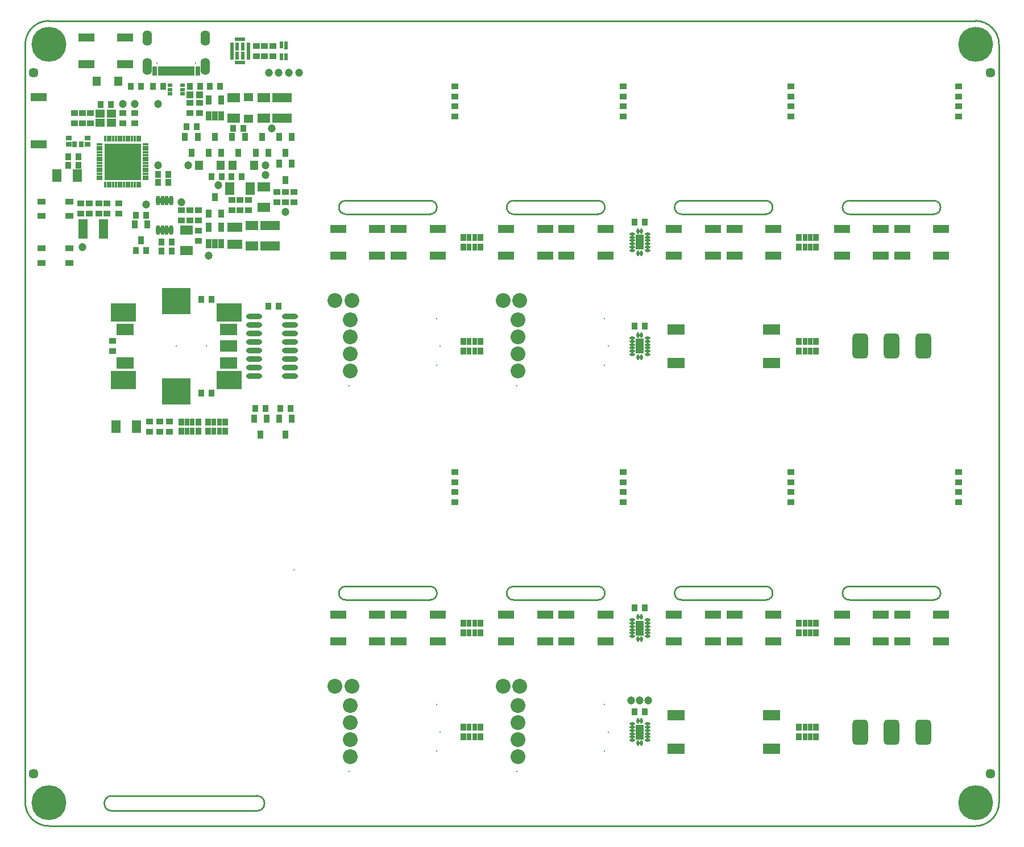
<source format=gts>
G04*
G04 #@! TF.GenerationSoftware,Altium Limited,Altium Designer,22.2.1 (43)*
G04*
G04 Layer_Color=8388736*
%FSLAX44Y44*%
%MOMM*%
G71*
G04*
G04 #@! TF.SameCoordinates,A4FAE18D-661E-41B9-AA1C-1E8D17E7CC58*
G04*
G04*
G04 #@! TF.FilePolarity,Negative*
G04*
G01*
G75*
%ADD12C,0.2540*%
%ADD71R,0.8382X1.0922*%
%ADD72R,2.9972X1.3462*%
%ADD73R,1.9812X1.3462*%
%ADD74R,1.0922X0.8382*%
%ADD75R,1.3462X1.9812*%
%ADD76R,0.8232X0.7732*%
%ADD77R,1.3462X2.9972*%
%ADD78R,2.4032X1.2032*%
%ADD79R,0.9032X1.2032*%
%ADD80R,1.2032X1.4032*%
%ADD81R,1.4032X1.2032*%
%ADD82R,0.8032X0.6032*%
%ADD83R,1.0032X1.0032*%
%ADD84R,2.2032X1.4532*%
%ADD85R,0.7732X0.8232*%
%ADD86R,2.4032X1.2032*%
%ADD87R,1.2532X0.8532*%
%ADD88R,0.8532X1.0032*%
%ADD89R,0.7032X1.0032*%
%ADD90C,1.2032*%
%ADD91R,3.7032X2.7032*%
%ADD92R,2.6032X1.7032*%
%ADD93R,4.2032X3.9532*%
%ADD94R,2.6032X1.5032*%
%ADD95R,0.8032X1.4532*%
%ADD96R,0.5032X1.4532*%
%ADD97O,0.4432X0.8032*%
%ADD98R,1.2032X2.2032*%
%ADD99O,0.8032X0.4432*%
%ADD100O,2.4032X0.8032*%
%ADD101O,0.6032X1.4632*%
%ADD102R,0.9032X1.4032*%
%ADD103R,0.5532X2.5032*%
%ADD104R,0.6032X1.1532*%
%ADD105R,1.5032X0.5532*%
%ADD106R,0.5532X1.2032*%
%ADD107R,0.5532X1.1032*%
%ADD108R,5.4032X5.4032*%
%ADD109O,0.9032X0.4032*%
%ADD110O,0.4032X0.9032*%
%ADD111C,0.2032*%
G04:AMPARAMS|DCode=112|XSize=3.8032mm|YSize=2.4032mm|CornerRadius=0.6516mm|HoleSize=0mm|Usage=FLASHONLY|Rotation=90.000|XOffset=0mm|YOffset=0mm|HoleType=Round|Shape=RoundedRectangle|*
%AMROUNDEDRECTD112*
21,1,3.8032,1.1000,0,0,90.0*
21,1,2.5000,2.4032,0,0,90.0*
1,1,1.3032,0.5500,1.2500*
1,1,1.3032,0.5500,-1.2500*
1,1,1.3032,-0.5500,-1.2500*
1,1,1.3032,-0.5500,1.2500*
%
%ADD112ROUNDEDRECTD112*%
%ADD113R,0.2032X0.2032*%
%ADD114C,2.2032*%
%ADD115O,1.4032X2.3032*%
%ADD116O,1.4032X2.5032*%
%ADD117C,1.4480*%
%ADD118C,5.2032*%
D12*
X-380000Y-577500D02*
G03*
X-380000Y-555000I0J11250D01*
G01*
X-596000D02*
G03*
X-596000Y-577500I0J-11250D01*
G01*
X502000Y-243000D02*
G03*
X502000Y-263000I0J-10000D01*
G01*
X628000D02*
G03*
X628000Y-243000I0J10000D01*
G01*
X378000Y-263000D02*
G03*
X378000Y-243000I0J10000D01*
G01*
X252000D02*
G03*
X252000Y-263000I0J-10000D01*
G01*
X2000Y-243000D02*
G03*
X2000Y-263000I0J-10000D01*
G01*
X128000D02*
G03*
X128000Y-243000I0J10000D01*
G01*
X-122000Y-263000D02*
G03*
X-122000Y-243000I0J10000D01*
G01*
X-248000D02*
G03*
X-248000Y-263000I0J-10000D01*
G01*
X502000Y332000D02*
G03*
X502000Y312000I0J-10000D01*
G01*
X628000D02*
G03*
X628000Y332000I0J10000D01*
G01*
X378000Y312000D02*
G03*
X378000Y332000I0J10000D01*
G01*
X252000D02*
G03*
X252000Y312000I0J-10000D01*
G01*
X2000Y332000D02*
G03*
X2000Y312000I0J-10000D01*
G01*
X128000D02*
G03*
X128000Y332000I0J10000D01*
G01*
X-122000Y312000D02*
G03*
X-122000Y332000I0J10000D01*
G01*
X-248000D02*
G03*
X-248000Y312000I0J-10000D01*
G01*
X690000Y-600000D02*
G03*
X725000Y-565000I0J35000D01*
G01*
X-725000D02*
G03*
X-690000Y-600000I35000J0D01*
G01*
X725000Y565000D02*
G03*
X690000Y600000I-35000J0D01*
G01*
X-690000D02*
G03*
X-725000Y565000I0J-35000D01*
G01*
X-596000Y-577500D02*
X-380000D01*
X-596000Y-555000D02*
X-380000D01*
X502000Y-243000D02*
X628000D01*
X502000Y-263000D02*
X628000D01*
X252000D02*
X378000D01*
X252000Y-243000D02*
X378000D01*
X2000D02*
X128000D01*
X2000Y-263000D02*
X128000D01*
X-248000D02*
X-122000D01*
X-248000Y-243000D02*
X-122000D01*
X502000Y332000D02*
X628000D01*
X502000Y312000D02*
X628000D01*
X252000D02*
X378000D01*
X252000Y332000D02*
X378000D01*
X2000D02*
X128000D01*
X2000Y312000D02*
X128000D01*
X-248000D02*
X-122000D01*
X-248000Y332000D02*
X-122000D01*
X-725000Y-565000D02*
Y565000D01*
X-690000Y-600000D02*
X690000D01*
X725000Y-565000D02*
Y565000D01*
X-690000Y600000D02*
X690000D01*
D71*
X-568120Y502500D02*
D03*
X-552880D02*
D03*
X-527620Y359000D02*
D03*
X-512380D02*
D03*
X-527620Y371000D02*
D03*
X-512380D02*
D03*
X-612620Y475000D02*
D03*
X-597380D02*
D03*
X-645380Y385000D02*
D03*
X-660620D02*
D03*
X-645380Y397000D02*
D03*
X-660620D02*
D03*
X182380Y-430000D02*
D03*
X197620D02*
D03*
X182380Y145000D02*
D03*
X197620D02*
D03*
X182380Y-275000D02*
D03*
X197620D02*
D03*
X182380Y300000D02*
D03*
X197620D02*
D03*
X-347380Y175000D02*
D03*
X-362620D02*
D03*
X-560120Y257500D02*
D03*
X-544880D02*
D03*
X-506880Y270000D02*
D03*
X-522120D02*
D03*
X-506880Y257000D02*
D03*
X-522120D02*
D03*
X-450120Y502500D02*
D03*
X-434880D02*
D03*
X-417620Y368000D02*
D03*
X-402380D02*
D03*
X-432380Y368000D02*
D03*
X-447620D02*
D03*
X-399880Y440000D02*
D03*
X-415120D02*
D03*
X-469880Y442000D02*
D03*
X-485120D02*
D03*
X-480120Y502500D02*
D03*
X-464880D02*
D03*
X-519880Y502500D02*
D03*
X-535120D02*
D03*
X-447380Y45000D02*
D03*
X-462620D02*
D03*
X-447380Y185000D02*
D03*
X-462620D02*
D03*
X-382620Y22500D02*
D03*
X-367380D02*
D03*
X-345120D02*
D03*
X-329880D02*
D03*
X-560120Y310000D02*
D03*
X-544880D02*
D03*
D72*
X-360000Y264760D02*
D03*
Y295240D02*
D03*
X-342500Y454760D02*
D03*
Y485240D02*
D03*
D73*
X-387500Y264760D02*
D03*
Y295240D02*
D03*
X-370000Y454760D02*
D03*
Y485240D02*
D03*
Y352740D02*
D03*
Y322260D02*
D03*
X-415000Y485240D02*
D03*
Y454760D02*
D03*
X-485000Y257260D02*
D03*
Y287740D02*
D03*
D74*
X-480000Y302380D02*
D03*
Y317620D02*
D03*
X-417500Y332620D02*
D03*
Y317380D02*
D03*
X-392500Y317380D02*
D03*
Y332620D02*
D03*
X-369000Y547380D02*
D03*
Y562620D02*
D03*
X-381000Y547380D02*
D03*
Y562620D02*
D03*
X-356000Y562620D02*
D03*
Y547380D02*
D03*
X-615000Y327620D02*
D03*
Y312380D02*
D03*
X-628000Y462620D02*
D03*
Y447380D02*
D03*
X-642000Y327620D02*
D03*
Y312380D02*
D03*
X-640000Y447380D02*
D03*
Y462620D02*
D03*
X-652000Y447380D02*
D03*
Y462620D02*
D03*
X-586000Y327620D02*
D03*
Y312380D02*
D03*
X-562000Y447380D02*
D03*
Y462620D02*
D03*
X-540000Y-12620D02*
D03*
Y2620D02*
D03*
X665000Y-102380D02*
D03*
Y-117620D02*
D03*
X415000Y-102380D02*
D03*
Y-117620D02*
D03*
X165000Y-102380D02*
D03*
Y-117620D02*
D03*
X-85000Y-102380D02*
D03*
Y-117620D02*
D03*
X665000Y472620D02*
D03*
Y457380D02*
D03*
X415000Y472620D02*
D03*
Y457380D02*
D03*
X165000Y472620D02*
D03*
Y457380D02*
D03*
X-85000Y472620D02*
D03*
Y457380D02*
D03*
X-325000Y329880D02*
D03*
Y345120D02*
D03*
X-467500Y272380D02*
D03*
Y287620D02*
D03*
X-350000Y329880D02*
D03*
Y345120D02*
D03*
X-492500Y317620D02*
D03*
Y302380D02*
D03*
X-467500D02*
D03*
Y317620D02*
D03*
X-465000Y462380D02*
D03*
Y477620D02*
D03*
X-480000Y477620D02*
D03*
Y462380D02*
D03*
X-405000Y332620D02*
D03*
Y317380D02*
D03*
X-603000Y312380D02*
D03*
Y327620D02*
D03*
X-580000Y462620D02*
D03*
Y447380D02*
D03*
X-630000Y327620D02*
D03*
Y312380D02*
D03*
X-595000Y122620D02*
D03*
Y107380D02*
D03*
X-525000Y-12620D02*
D03*
Y2620D02*
D03*
X-510000Y-12620D02*
D03*
Y2620D02*
D03*
X665000Y-72380D02*
D03*
Y-87620D02*
D03*
X415000Y-72380D02*
D03*
Y-87620D02*
D03*
X165000Y-72380D02*
D03*
Y-87620D02*
D03*
X-85000Y-72380D02*
D03*
Y-87620D02*
D03*
X665000Y502620D02*
D03*
Y487380D02*
D03*
X415000Y502620D02*
D03*
Y487380D02*
D03*
X165000Y502620D02*
D03*
Y487380D02*
D03*
X-85000Y502620D02*
D03*
Y487380D02*
D03*
X-337500Y345120D02*
D03*
Y329880D02*
D03*
D75*
X-389760Y350000D02*
D03*
X-420240D02*
D03*
X-647760Y369000D02*
D03*
X-678240D02*
D03*
X-559760Y-5000D02*
D03*
X-590240D02*
D03*
D76*
X-632500Y415950D02*
D03*
Y425550D02*
D03*
X-660500Y415950D02*
D03*
Y425550D02*
D03*
D77*
X-639240Y290000D02*
D03*
X-608760D02*
D03*
D78*
X-705000Y486000D02*
D03*
Y416000D02*
D03*
D79*
X-347000Y7000D02*
D03*
X-328000D02*
D03*
X-337500Y-17000D02*
D03*
X-562000Y297000D02*
D03*
X-543000D02*
D03*
X-552500Y273000D02*
D03*
X-347000Y387000D02*
D03*
X-328000D02*
D03*
X-337500Y363000D02*
D03*
X-347000Y427000D02*
D03*
X-328000D02*
D03*
X-337500Y403000D02*
D03*
X-363000Y403000D02*
D03*
X-382000D02*
D03*
X-372500Y427000D02*
D03*
X-417000Y427000D02*
D03*
X-398000D02*
D03*
X-407500Y403000D02*
D03*
X-442500Y427000D02*
D03*
X-452000Y403000D02*
D03*
X-433000D02*
D03*
X-487000Y427000D02*
D03*
X-468000D02*
D03*
X-477500Y403000D02*
D03*
X-384500Y7000D02*
D03*
X-365500D02*
D03*
X-375000Y-17000D02*
D03*
X-442500Y337000D02*
D03*
X-452000Y313000D02*
D03*
X-433000D02*
D03*
D80*
X-586300Y510000D02*
D03*
X-618700D02*
D03*
X-383800Y385000D02*
D03*
X-416200D02*
D03*
X-466200D02*
D03*
X-433800D02*
D03*
D81*
X-392500Y453800D02*
D03*
Y486200D02*
D03*
X-596500Y448500D02*
D03*
Y461500D02*
D03*
X-613500Y448500D02*
D03*
Y461500D02*
D03*
D82*
X-490500Y504000D02*
D03*
Y491000D02*
D03*
X-509500Y497499D02*
D03*
Y504000D02*
D03*
Y491000D02*
D03*
X-490500Y497501D02*
D03*
D83*
X-465000Y490000D02*
D03*
X-480000D02*
D03*
D84*
X-412500Y292750D02*
D03*
Y267250D02*
D03*
D85*
X-641700Y416000D02*
D03*
X-651300D02*
D03*
D86*
X-169000Y250000D02*
D03*
Y290000D02*
D03*
X-111000Y250000D02*
D03*
Y290000D02*
D03*
X-259000Y250000D02*
D03*
Y290000D02*
D03*
X-201000Y250000D02*
D03*
Y290000D02*
D03*
X-576000Y575000D02*
D03*
Y535000D02*
D03*
X-634000Y575000D02*
D03*
Y535000D02*
D03*
X581000Y-325000D02*
D03*
Y-285000D02*
D03*
X639000Y-325000D02*
D03*
Y-285000D02*
D03*
X491000Y-325000D02*
D03*
Y-285000D02*
D03*
X549000Y-325000D02*
D03*
Y-285000D02*
D03*
X331000Y-325000D02*
D03*
Y-285000D02*
D03*
X389000Y-325000D02*
D03*
Y-285000D02*
D03*
X241000Y-325000D02*
D03*
Y-285000D02*
D03*
X299000Y-325000D02*
D03*
Y-285000D02*
D03*
X81000Y-325000D02*
D03*
Y-285000D02*
D03*
X139000Y-325000D02*
D03*
Y-285000D02*
D03*
X-9000Y-325000D02*
D03*
Y-285000D02*
D03*
X49000Y-325000D02*
D03*
Y-285000D02*
D03*
X-169000Y-325000D02*
D03*
Y-285000D02*
D03*
X-111000Y-325000D02*
D03*
Y-285000D02*
D03*
X-259000Y-325000D02*
D03*
Y-285000D02*
D03*
X-201000Y-325000D02*
D03*
Y-285000D02*
D03*
X581000Y250000D02*
D03*
Y290000D02*
D03*
X639000Y250000D02*
D03*
Y290000D02*
D03*
X491000Y250000D02*
D03*
Y290000D02*
D03*
X549000Y250000D02*
D03*
Y290000D02*
D03*
X331000Y250000D02*
D03*
Y290000D02*
D03*
X389000Y250000D02*
D03*
Y290000D02*
D03*
X241000Y250000D02*
D03*
Y290000D02*
D03*
X299000Y250000D02*
D03*
Y290000D02*
D03*
X81000Y250000D02*
D03*
Y290000D02*
D03*
X139000Y250000D02*
D03*
Y290000D02*
D03*
X-9000Y250000D02*
D03*
Y290000D02*
D03*
X49000Y250000D02*
D03*
Y290000D02*
D03*
D87*
X-700750Y260750D02*
D03*
X-659250D02*
D03*
X-700750Y239250D02*
D03*
X-659250D02*
D03*
X-700750Y330750D02*
D03*
X-659250D02*
D03*
X-700750Y309250D02*
D03*
X-659250D02*
D03*
D88*
X427250Y-467000D02*
D03*
X452750D02*
D03*
X427250Y-453000D02*
D03*
X452750D02*
D03*
X427250Y108000D02*
D03*
X452750D02*
D03*
X427250Y122000D02*
D03*
X452750D02*
D03*
X-72750Y-467000D02*
D03*
X-47250D02*
D03*
X-72750Y-453000D02*
D03*
X-47250D02*
D03*
X-72750Y108000D02*
D03*
X-47250D02*
D03*
X-72750Y122000D02*
D03*
X-47250D02*
D03*
X-72750Y-312000D02*
D03*
X-47250D02*
D03*
X-72750Y-298000D02*
D03*
X-47250D02*
D03*
X-72750Y263000D02*
D03*
X-47250D02*
D03*
X-72750Y277000D02*
D03*
X-47250D02*
D03*
X427250Y-312000D02*
D03*
X452750D02*
D03*
X427250Y-298000D02*
D03*
X452750D02*
D03*
X427250Y263000D02*
D03*
X452750D02*
D03*
X427250Y277000D02*
D03*
X452750D02*
D03*
X-467250Y2000D02*
D03*
X-492750D02*
D03*
X-467250Y-12000D02*
D03*
X-492750D02*
D03*
X-427250Y2000D02*
D03*
X-452750D02*
D03*
X-427250Y-12000D02*
D03*
X-452750D02*
D03*
D89*
X444000Y-467000D02*
D03*
X436000D02*
D03*
X444000Y-453000D02*
D03*
X436000D02*
D03*
X444000Y108000D02*
D03*
X436000D02*
D03*
X444000Y122000D02*
D03*
X436000D02*
D03*
X-56000Y-467000D02*
D03*
X-64000D02*
D03*
X-56000Y-453000D02*
D03*
X-64000D02*
D03*
X-56000Y108000D02*
D03*
X-64000D02*
D03*
X-56000Y122000D02*
D03*
X-64000D02*
D03*
X-56000Y-312000D02*
D03*
X-64000D02*
D03*
X-56000Y-298000D02*
D03*
X-64000D02*
D03*
X-56000Y263000D02*
D03*
X-64000D02*
D03*
X-56000Y277000D02*
D03*
X-64000D02*
D03*
X444000Y-312000D02*
D03*
X436000D02*
D03*
X444000Y-298000D02*
D03*
X436000D02*
D03*
X444000Y263000D02*
D03*
X436000D02*
D03*
X444000Y277000D02*
D03*
X436000D02*
D03*
X-484000Y2000D02*
D03*
X-476000D02*
D03*
X-484000Y-12000D02*
D03*
X-476000D02*
D03*
X-444000Y2000D02*
D03*
X-436000D02*
D03*
X-444000Y-12000D02*
D03*
X-436000D02*
D03*
D90*
X-317500Y522500D02*
D03*
X-332500D02*
D03*
X-527500Y385000D02*
D03*
X-362500Y522500D02*
D03*
X-347500D02*
D03*
X-580000Y476000D02*
D03*
X-562000D02*
D03*
X-527000Y476000D02*
D03*
X-545000Y326000D02*
D03*
X202500Y-412500D02*
D03*
X177500Y-412500D02*
D03*
X190000D02*
D03*
X-337500Y315000D02*
D03*
X-492500Y330000D02*
D03*
X-452000Y250000D02*
D03*
X-640000Y262500D02*
D03*
X-437500Y355000D02*
D03*
X-357500Y440000D02*
D03*
X-367500Y385000D02*
D03*
X-482500D02*
D03*
X-367500Y370000D02*
D03*
D91*
X-421000Y165000D02*
D03*
Y65000D02*
D03*
X-579000D02*
D03*
Y165000D02*
D03*
D92*
X-576000Y140000D02*
D03*
Y90000D02*
D03*
X-422000D02*
D03*
Y140000D02*
D03*
Y115000D02*
D03*
D93*
X-500000Y182500D02*
D03*
Y47500D02*
D03*
D94*
X386000Y-435000D02*
D03*
Y-485000D02*
D03*
X244000Y-435000D02*
D03*
Y-485000D02*
D03*
X386000Y140000D02*
D03*
Y90000D02*
D03*
X244000Y140000D02*
D03*
Y90000D02*
D03*
D95*
X-532000Y525500D02*
D03*
X-524000D02*
D03*
X-476000D02*
D03*
X-468000D02*
D03*
D96*
X-517500D02*
D03*
X-512500D02*
D03*
X-507500D02*
D03*
X-502500D02*
D03*
X-497500D02*
D03*
X-492500D02*
D03*
X-487500D02*
D03*
X-482500D02*
D03*
D97*
X187500Y-443500D02*
D03*
X192500D02*
D03*
X187500Y-476500D02*
D03*
X192500D02*
D03*
X187500Y131500D02*
D03*
X192500D02*
D03*
X187500Y98500D02*
D03*
X192500D02*
D03*
X187500Y-288500D02*
D03*
X192500D02*
D03*
X187500Y-321500D02*
D03*
X192500D02*
D03*
X187500Y286500D02*
D03*
X192500D02*
D03*
X187500Y253500D02*
D03*
X192500D02*
D03*
D98*
X190000Y-460000D02*
D03*
Y115000D02*
D03*
Y-305000D02*
D03*
Y270000D02*
D03*
D99*
X178500Y-447500D02*
D03*
Y-452500D02*
D03*
Y-457500D02*
D03*
Y-462500D02*
D03*
Y-467500D02*
D03*
Y-472500D02*
D03*
X201500Y-447500D02*
D03*
Y-472500D02*
D03*
Y-452500D02*
D03*
Y-457500D02*
D03*
Y-462500D02*
D03*
Y-467500D02*
D03*
X178500Y127500D02*
D03*
Y122500D02*
D03*
Y117500D02*
D03*
Y112500D02*
D03*
Y107500D02*
D03*
Y102500D02*
D03*
X201500Y127500D02*
D03*
Y122500D02*
D03*
Y117500D02*
D03*
Y112500D02*
D03*
Y107500D02*
D03*
Y102500D02*
D03*
X178500Y-292500D02*
D03*
Y-297500D02*
D03*
Y-302500D02*
D03*
Y-307500D02*
D03*
Y-312500D02*
D03*
Y-317500D02*
D03*
X201500Y-292500D02*
D03*
Y-297500D02*
D03*
Y-302500D02*
D03*
Y-307500D02*
D03*
Y-312500D02*
D03*
Y-317500D02*
D03*
X178500Y282500D02*
D03*
Y277500D02*
D03*
Y272500D02*
D03*
Y267500D02*
D03*
Y262500D02*
D03*
Y257500D02*
D03*
X201500Y282500D02*
D03*
Y277500D02*
D03*
Y272500D02*
D03*
Y267500D02*
D03*
Y262500D02*
D03*
Y257500D02*
D03*
D100*
X-330500Y146750D02*
D03*
X-384500Y159450D02*
D03*
Y108650D02*
D03*
X-330500Y83250D02*
D03*
Y95950D02*
D03*
Y108650D02*
D03*
X-384500Y83250D02*
D03*
Y95950D02*
D03*
Y146750D02*
D03*
Y134050D02*
D03*
Y121350D02*
D03*
X-330500Y159450D02*
D03*
Y121350D02*
D03*
Y134050D02*
D03*
X-384500Y70550D02*
D03*
X-330500D02*
D03*
D101*
X-520750Y288000D02*
D03*
X-507750D02*
D03*
X-514250D02*
D03*
X-527250D02*
D03*
Y332000D02*
D03*
X-520750D02*
D03*
X-514250D02*
D03*
X-507750D02*
D03*
D102*
X-433000Y268000D02*
D03*
X-452000D02*
D03*
Y292000D02*
D03*
X-433000D02*
D03*
X-442500Y268000D02*
D03*
X-442500Y458000D02*
D03*
X-433000Y482000D02*
D03*
X-452000D02*
D03*
Y458000D02*
D03*
X-433000D02*
D03*
D103*
X-417250Y555000D02*
D03*
X-392750D02*
D03*
D104*
X-409250Y548250D02*
D03*
Y561750D02*
D03*
X-400750Y548250D02*
D03*
Y561750D02*
D03*
D105*
X-405000Y572250D02*
D03*
Y537750D02*
D03*
D106*
X-336500Y563500D02*
D03*
D107*
X-343500Y564000D02*
D03*
X-336500Y546000D02*
D03*
X-343500D02*
D03*
D108*
X-580000Y390000D02*
D03*
D109*
X-614500Y416000D02*
D03*
Y412000D02*
D03*
Y408000D02*
D03*
Y404000D02*
D03*
Y400000D02*
D03*
Y396000D02*
D03*
Y392000D02*
D03*
Y388000D02*
D03*
Y384000D02*
D03*
Y380000D02*
D03*
Y376000D02*
D03*
Y372000D02*
D03*
Y368000D02*
D03*
Y364000D02*
D03*
X-545500Y364000D02*
D03*
Y368000D02*
D03*
Y372000D02*
D03*
Y376000D02*
D03*
Y380000D02*
D03*
Y384000D02*
D03*
Y388000D02*
D03*
Y392000D02*
D03*
Y396000D02*
D03*
Y400000D02*
D03*
Y404000D02*
D03*
Y408000D02*
D03*
Y412000D02*
D03*
Y416000D02*
D03*
D110*
X-606000Y355500D02*
D03*
X-602000D02*
D03*
X-598000D02*
D03*
X-594000D02*
D03*
X-590000D02*
D03*
X-586000D02*
D03*
X-582000D02*
D03*
X-578000D02*
D03*
X-574000D02*
D03*
X-570000D02*
D03*
X-566000D02*
D03*
X-562000D02*
D03*
X-558000D02*
D03*
X-554000D02*
D03*
X-554000Y424500D02*
D03*
X-558000D02*
D03*
X-562000D02*
D03*
X-566000D02*
D03*
X-570000D02*
D03*
X-574000D02*
D03*
X-578000D02*
D03*
X-582000D02*
D03*
X-586000D02*
D03*
X-590000D02*
D03*
X-594000D02*
D03*
X-598000D02*
D03*
X-602000D02*
D03*
X-606000D02*
D03*
D111*
X-500000Y115000D02*
D03*
X-455000D02*
D03*
X143000Y-460000D02*
D03*
X7000Y-518750D02*
D03*
X-107000Y-460000D02*
D03*
X-243000Y-518750D02*
D03*
X143000Y115000D02*
D03*
X7000Y56250D02*
D03*
X-107000Y115000D02*
D03*
X-243000Y56250D02*
D03*
X-325000Y-218500D02*
D03*
X-471100Y537200D02*
D03*
X-528900D02*
D03*
D112*
X518000Y-460000D02*
D03*
X565000D02*
D03*
X612000D02*
D03*
X518000Y115000D02*
D03*
X565000D02*
D03*
X612000D02*
D03*
D113*
X137500Y-488500D02*
D03*
Y-418750D02*
D03*
X-112500Y-488500D02*
D03*
Y-418750D02*
D03*
X137500Y86500D02*
D03*
Y156250D02*
D03*
X-112500Y86500D02*
D03*
Y156250D02*
D03*
D114*
X8750Y-420650D02*
D03*
Y-471450D02*
D03*
Y-496850D02*
D03*
X11500Y-391750D02*
D03*
X-13500D02*
D03*
X8750Y-446050D02*
D03*
X-241250Y-420650D02*
D03*
Y-496850D02*
D03*
X-263500Y-391750D02*
D03*
X-238500D02*
D03*
X-241250Y-446050D02*
D03*
Y-471450D02*
D03*
X8750Y154350D02*
D03*
Y128950D02*
D03*
Y103550D02*
D03*
Y78150D02*
D03*
X11500Y183250D02*
D03*
X-13500D02*
D03*
X-241250Y154350D02*
D03*
Y128950D02*
D03*
Y103550D02*
D03*
Y78150D02*
D03*
X-238500Y183250D02*
D03*
X-263500D02*
D03*
D115*
X-543200Y574000D02*
D03*
X-456800D02*
D03*
D116*
X-543200Y532200D02*
D03*
X-456800D02*
D03*
D117*
X-712500Y522500D02*
D03*
X712500D02*
D03*
Y-522500D02*
D03*
X-712500D02*
D03*
D118*
X690000Y-565000D02*
D03*
X-690000D02*
D03*
X690000Y565000D02*
D03*
X-690000D02*
D03*
M02*

</source>
